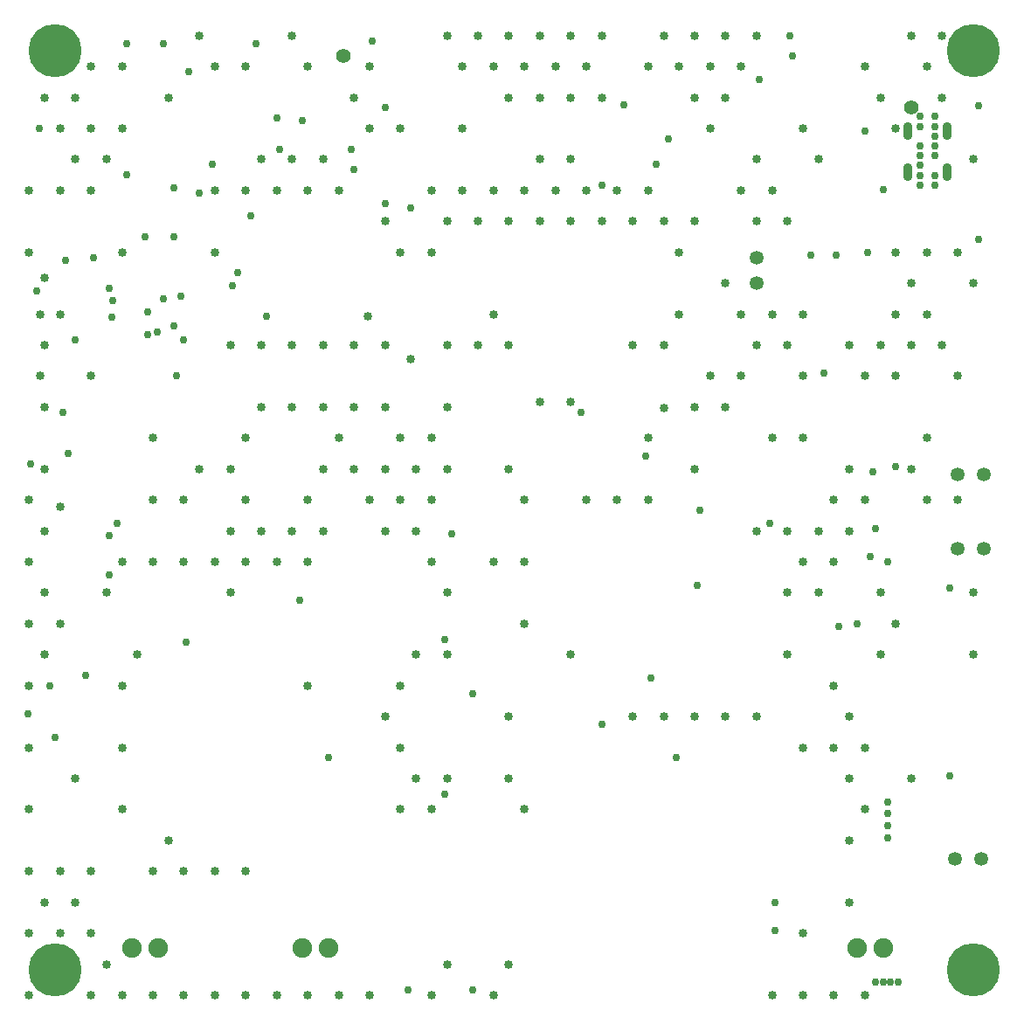
<source format=gbs>
G04*
G04 #@! TF.GenerationSoftware,Altium Limited,Altium Designer,21.4.1 (30)*
G04*
G04 Layer_Color=16711935*
%FSLAX25Y25*%
%MOIN*%
G70*
G04*
G04 #@! TF.SameCoordinates,7B2BD0F0-F325-43E0-8A4B-F521747280A9*
G04*
G04*
G04 #@! TF.FilePolarity,Negative*
G04*
G01*
G75*
%ADD115C,0.05315*%
%ADD116C,0.07480*%
%ADD117C,0.02953*%
%ADD118O,0.03347X0.06890*%
%ADD119C,0.20276*%
%ADD120C,0.05591*%
%ADD121C,0.03347*%
D115*
X365158Y63976D02*
D03*
X375000D02*
D03*
X366142Y182087D02*
D03*
X375984D02*
D03*
X366142Y210630D02*
D03*
X375984D02*
D03*
X289370Y293307D02*
D03*
Y283465D02*
D03*
D116*
X327756Y29724D02*
D03*
X337598D02*
D03*
X61024D02*
D03*
X51181D02*
D03*
X125984D02*
D03*
X116142D02*
D03*
D117*
X357362Y320866D02*
D03*
Y324606D02*
D03*
Y332087D02*
D03*
Y335827D02*
D03*
Y339567D02*
D03*
Y343307D02*
D03*
Y347047D02*
D03*
X351850Y320866D02*
D03*
Y324606D02*
D03*
Y328346D02*
D03*
Y332087D02*
D03*
Y335827D02*
D03*
Y343307D02*
D03*
Y347047D02*
D03*
X107283Y334646D02*
D03*
X134843D02*
D03*
X147638Y350394D02*
D03*
X142717Y375984D02*
D03*
X14764Y280512D02*
D03*
X12342Y214567D02*
D03*
X26575Y218504D02*
D03*
X222441Y234252D02*
D03*
X342520Y213583D02*
D03*
X96457Y309055D02*
D03*
X135827Y326772D02*
D03*
X115157Y162402D02*
D03*
X181102Y126969D02*
D03*
X89567Y282480D02*
D03*
X91535Y287402D02*
D03*
X339567Y85630D02*
D03*
Y81037D02*
D03*
Y76444D02*
D03*
Y71850D02*
D03*
X334646Y16732D02*
D03*
X337598D02*
D03*
X340551D02*
D03*
X343504D02*
D03*
X374016Y351093D02*
D03*
X337598Y319110D02*
D03*
X310039Y294291D02*
D03*
X331693Y295276D02*
D03*
X319882Y294291D02*
D03*
X42323Y172244D02*
D03*
X45276Y191929D02*
D03*
X42323Y187008D02*
D03*
X11524Y119095D02*
D03*
X302165Y377953D02*
D03*
X303150Y370079D02*
D03*
X290354Y361221D02*
D03*
X255906Y338583D02*
D03*
X43727Y276994D02*
D03*
X43293Y270578D02*
D03*
X29528Y261811D02*
D03*
X102362Y270669D02*
D03*
X81693Y328740D02*
D03*
X72835Y364173D02*
D03*
X62992Y375000D02*
D03*
X49213D02*
D03*
X98425D02*
D03*
X116142Y345472D02*
D03*
X106299Y346457D02*
D03*
X157480Y312008D02*
D03*
X147638Y313976D02*
D03*
X230315Y320866D02*
D03*
X250984Y328740D02*
D03*
X173228Y187992D02*
D03*
X266732Y168307D02*
D03*
X314961Y249016D02*
D03*
X339403Y177330D02*
D03*
X332677Y179134D02*
D03*
X363189Y167323D02*
D03*
Y95472D02*
D03*
X327756Y153543D02*
D03*
X320866Y152559D02*
D03*
X296260Y36417D02*
D03*
X156496Y13780D02*
D03*
X181102D02*
D03*
X170276Y88583D02*
D03*
X71850Y146653D02*
D03*
X125984Y102362D02*
D03*
X21654Y110236D02*
D03*
X36417Y293307D02*
D03*
X25591Y292323D02*
D03*
X15748Y342520D02*
D03*
X247047Y217520D02*
D03*
X67913Y248031D02*
D03*
X170276Y147638D02*
D03*
X249016Y132874D02*
D03*
X267717Y196850D02*
D03*
X294291Y191929D02*
D03*
X333661Y211614D02*
D03*
X334646Y189961D02*
D03*
X258858Y102362D02*
D03*
X230315Y115157D02*
D03*
X296260Y47244D02*
D03*
X66929Y319882D02*
D03*
X70866Y261811D02*
D03*
X57087Y263779D02*
D03*
X33465Y133858D02*
D03*
X57021Y272572D02*
D03*
X66929Y267157D02*
D03*
X60811Y264764D02*
D03*
X19685Y129921D02*
D03*
X69882Y278543D02*
D03*
X62992Y277559D02*
D03*
X24606Y234252D02*
D03*
X42323Y281496D02*
D03*
X56102Y301181D02*
D03*
X66929D02*
D03*
X76772Y317913D02*
D03*
X49213Y324803D02*
D03*
X374016Y300197D02*
D03*
X238779Y351378D02*
D03*
X330709Y341535D02*
D03*
D118*
X362205Y325787D02*
D03*
Y341535D02*
D03*
X347008D02*
D03*
Y325787D02*
D03*
D119*
X21654Y372047D02*
D03*
Y21654D02*
D03*
X372047D02*
D03*
Y372047D02*
D03*
D120*
X131890Y370079D02*
D03*
X348425Y350394D02*
D03*
D121*
X17717Y285374D02*
D03*
X16220Y248031D02*
D03*
Y271654D02*
D03*
X17717Y236220D02*
D03*
Y212598D02*
D03*
X11811Y200787D02*
D03*
X23622Y198130D02*
D03*
X348425Y259842D02*
D03*
X360236D02*
D03*
X366142Y200787D02*
D03*
X348425Y212598D02*
D03*
X254159Y235999D02*
D03*
X157486Y254363D02*
D03*
X206693Y238130D02*
D03*
X140964Y270885D02*
D03*
X218504Y238130D02*
D03*
X147638Y307086D02*
D03*
Y259842D02*
D03*
X183071D02*
D03*
X265748Y236220D02*
D03*
X82677Y295275D02*
D03*
X129921Y318898D02*
D03*
X206693Y307086D02*
D03*
X230315D02*
D03*
X194882D02*
D03*
X171260D02*
D03*
X183071D02*
D03*
X218504D02*
D03*
X153543Y295275D02*
D03*
X165354D02*
D03*
X372047Y330709D02*
D03*
X366142Y295275D02*
D03*
X372047Y283465D02*
D03*
X366142Y248031D02*
D03*
X372047Y165354D02*
D03*
Y141732D02*
D03*
X360236Y377953D02*
D03*
X354331Y366142D02*
D03*
X360236Y354331D02*
D03*
X354331Y295275D02*
D03*
Y271654D02*
D03*
Y224409D02*
D03*
Y200787D02*
D03*
X348425Y377953D02*
D03*
X342520Y342520D02*
D03*
Y295275D02*
D03*
X348425Y283465D02*
D03*
X342520Y271654D02*
D03*
Y248031D02*
D03*
Y153543D02*
D03*
X348425Y94488D02*
D03*
X330709Y366142D02*
D03*
X336614Y354331D02*
D03*
Y259842D02*
D03*
X330709Y248031D02*
D03*
Y200787D02*
D03*
X336614Y165354D02*
D03*
Y141732D02*
D03*
X330709Y106299D02*
D03*
Y82677D02*
D03*
Y11811D02*
D03*
X324803Y259842D02*
D03*
Y212598D02*
D03*
X318898Y200787D02*
D03*
X324803Y188976D02*
D03*
X318898Y177165D02*
D03*
Y129921D02*
D03*
X324803Y118110D02*
D03*
X318898Y106299D02*
D03*
X324803Y94488D02*
D03*
Y70866D02*
D03*
Y47244D02*
D03*
X318898Y11811D02*
D03*
X307086Y342520D02*
D03*
X312992Y330709D02*
D03*
X307086Y271654D02*
D03*
Y248031D02*
D03*
Y224409D02*
D03*
X312992Y188976D02*
D03*
X307086Y177165D02*
D03*
X312992Y165354D02*
D03*
X307086Y106299D02*
D03*
Y35433D02*
D03*
Y11811D02*
D03*
X295275Y318898D02*
D03*
X301181Y307086D02*
D03*
X295275Y271654D02*
D03*
X301181Y259842D02*
D03*
X295275Y224409D02*
D03*
X301181Y188976D02*
D03*
Y165354D02*
D03*
Y141732D02*
D03*
X295275Y11811D02*
D03*
X289370Y377953D02*
D03*
X283465Y366142D02*
D03*
X289370Y330709D02*
D03*
X283465Y318898D02*
D03*
X289370Y307086D02*
D03*
X283465Y271654D02*
D03*
X289370Y259842D02*
D03*
X283465Y248031D02*
D03*
X289370Y188976D02*
D03*
Y118110D02*
D03*
X277559Y377953D02*
D03*
X271654Y366142D02*
D03*
X277559Y354331D02*
D03*
X271654Y342520D02*
D03*
X277559Y283465D02*
D03*
X271654Y248031D02*
D03*
X277559Y236220D02*
D03*
Y118110D02*
D03*
X265748Y377953D02*
D03*
X259842Y366142D02*
D03*
X265748Y354331D02*
D03*
Y307086D02*
D03*
X259842Y295275D02*
D03*
Y271654D02*
D03*
X265748Y212598D02*
D03*
Y118110D02*
D03*
X253937Y377953D02*
D03*
X248031Y366142D02*
D03*
Y318898D02*
D03*
X253937Y307086D02*
D03*
Y259842D02*
D03*
X248031Y224409D02*
D03*
Y200787D02*
D03*
X253937Y118110D02*
D03*
X236220Y318898D02*
D03*
X242126Y307086D02*
D03*
Y259842D02*
D03*
X236220Y200787D02*
D03*
X242126Y118110D02*
D03*
X230315Y377953D02*
D03*
X224409Y366142D02*
D03*
X230315Y354331D02*
D03*
X224409Y318898D02*
D03*
Y200787D02*
D03*
X218504Y377953D02*
D03*
X212598Y366142D02*
D03*
X218504Y354331D02*
D03*
Y330709D02*
D03*
X212598Y318898D02*
D03*
X218504Y141732D02*
D03*
X206693Y377953D02*
D03*
X200787Y366142D02*
D03*
X206693Y354331D02*
D03*
Y330709D02*
D03*
X200787Y318898D02*
D03*
Y200787D02*
D03*
Y177165D02*
D03*
Y153543D02*
D03*
Y82677D02*
D03*
X194882Y377953D02*
D03*
X188976Y366142D02*
D03*
X194882Y354331D02*
D03*
X188976Y318898D02*
D03*
Y271654D02*
D03*
X194882Y259842D02*
D03*
Y212598D02*
D03*
X188976Y177165D02*
D03*
X194882Y118110D02*
D03*
Y94488D02*
D03*
Y23622D02*
D03*
X188976Y11811D02*
D03*
X183071Y377953D02*
D03*
X177165Y366142D02*
D03*
Y342520D02*
D03*
Y318898D02*
D03*
X171260Y377953D02*
D03*
X165354Y318898D02*
D03*
X171260Y259842D02*
D03*
Y236220D02*
D03*
X165354Y224409D02*
D03*
X171260Y212598D02*
D03*
X165354Y200787D02*
D03*
Y177165D02*
D03*
X171260Y165354D02*
D03*
Y141732D02*
D03*
Y94488D02*
D03*
X165354Y82677D02*
D03*
X171260Y23622D02*
D03*
X165354Y11811D02*
D03*
X153543Y342520D02*
D03*
Y224409D02*
D03*
X159449Y212598D02*
D03*
X153543Y200787D02*
D03*
X159449Y188976D02*
D03*
Y141732D02*
D03*
X153543Y129921D02*
D03*
Y106299D02*
D03*
X159449Y94488D02*
D03*
X153543Y82677D02*
D03*
X141732Y366142D02*
D03*
Y342520D02*
D03*
X147638Y236220D02*
D03*
Y212598D02*
D03*
X141732Y200787D02*
D03*
X147638Y188976D02*
D03*
Y118110D02*
D03*
X141732Y11811D02*
D03*
X135827Y354331D02*
D03*
Y259842D02*
D03*
Y236220D02*
D03*
X129921Y224409D02*
D03*
X135827Y212598D02*
D03*
X129921Y11811D02*
D03*
X118110Y366142D02*
D03*
X124016Y330709D02*
D03*
X118110Y318898D02*
D03*
X124016Y259842D02*
D03*
Y236220D02*
D03*
Y212598D02*
D03*
X118110Y200787D02*
D03*
X124016Y188976D02*
D03*
X118110Y177165D02*
D03*
Y129921D02*
D03*
Y11811D02*
D03*
X112205Y377953D02*
D03*
Y330709D02*
D03*
X106299Y318898D02*
D03*
X112205Y259842D02*
D03*
Y236220D02*
D03*
Y188976D02*
D03*
X106299Y177165D02*
D03*
Y11811D02*
D03*
X94488Y366142D02*
D03*
X100394Y330709D02*
D03*
X94488Y318898D02*
D03*
X100394Y259842D02*
D03*
Y236220D02*
D03*
X94488Y224409D02*
D03*
Y200787D02*
D03*
X100394Y188976D02*
D03*
X94488Y177165D02*
D03*
Y59055D02*
D03*
Y11811D02*
D03*
X82677Y366142D02*
D03*
Y318898D02*
D03*
X88583Y259842D02*
D03*
Y212598D02*
D03*
Y188976D02*
D03*
X82677Y177165D02*
D03*
X88583Y165354D02*
D03*
X82677Y59055D02*
D03*
Y11811D02*
D03*
X76772Y377953D02*
D03*
Y212598D02*
D03*
X70866Y200787D02*
D03*
Y177165D02*
D03*
Y59055D02*
D03*
Y11811D02*
D03*
X64961Y354331D02*
D03*
X59055Y224409D02*
D03*
Y200787D02*
D03*
Y177165D02*
D03*
X64961Y70866D02*
D03*
X59055Y59055D02*
D03*
Y11811D02*
D03*
X47244Y366142D02*
D03*
Y342520D02*
D03*
Y295275D02*
D03*
Y177165D02*
D03*
X53150Y141732D02*
D03*
X47244Y129921D02*
D03*
Y106299D02*
D03*
Y82677D02*
D03*
Y11811D02*
D03*
X35433Y366142D02*
D03*
Y342520D02*
D03*
X41339Y330709D02*
D03*
X35433Y318898D02*
D03*
Y248031D02*
D03*
X41339Y165354D02*
D03*
X35433Y59055D02*
D03*
Y35433D02*
D03*
X41339Y23622D02*
D03*
X35433Y11811D02*
D03*
X29528Y354331D02*
D03*
X23622Y342520D02*
D03*
X29528Y330709D02*
D03*
X23622Y318898D02*
D03*
Y271654D02*
D03*
Y153543D02*
D03*
X29528Y94488D02*
D03*
X23622Y59055D02*
D03*
X29528Y47244D02*
D03*
X23622Y35433D02*
D03*
X17717Y354331D02*
D03*
X11811Y318898D02*
D03*
Y295275D02*
D03*
X17717Y259842D02*
D03*
Y188976D02*
D03*
X11811Y177165D02*
D03*
X17717Y165354D02*
D03*
X11811Y153543D02*
D03*
X17717Y141732D02*
D03*
X11811Y129921D02*
D03*
Y106299D02*
D03*
Y82677D02*
D03*
Y59055D02*
D03*
X17717Y47244D02*
D03*
X11811Y35433D02*
D03*
Y11811D02*
D03*
M02*

</source>
